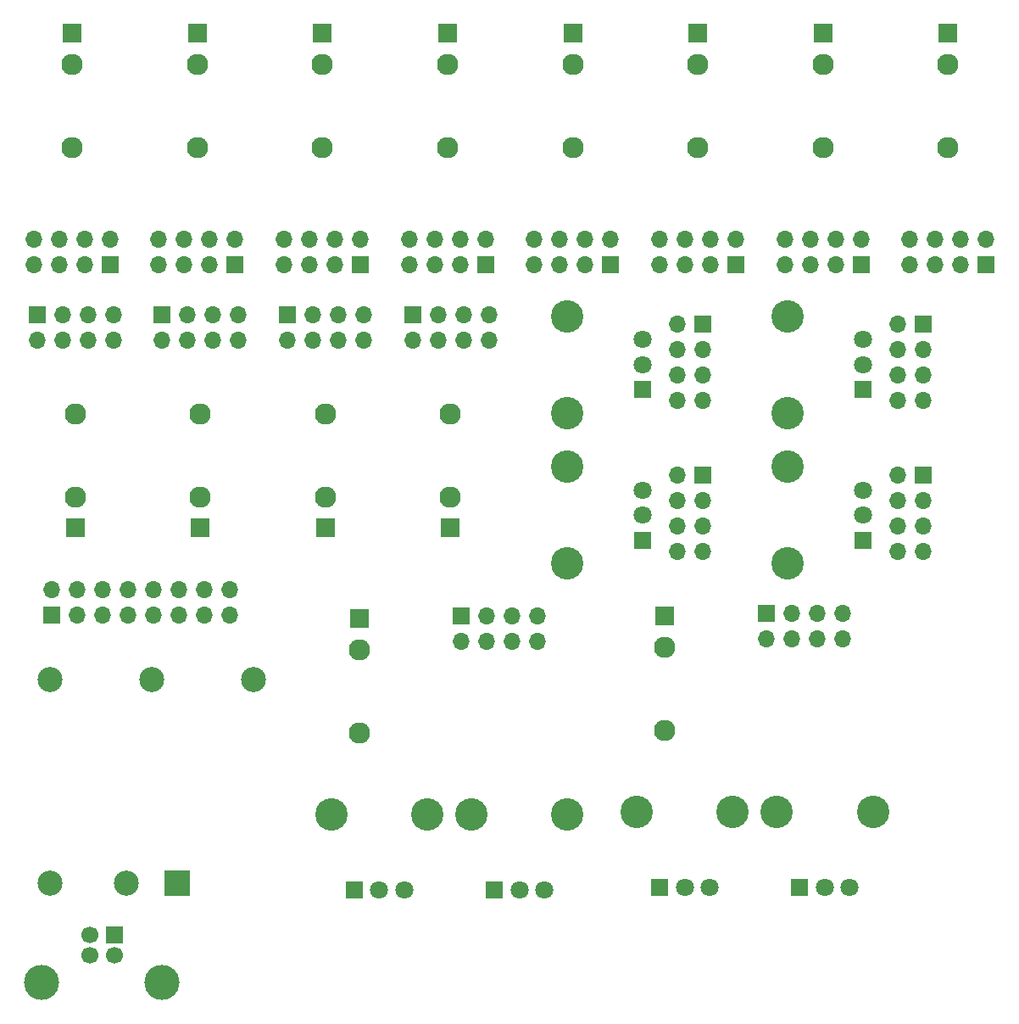
<source format=gbr>
%TF.GenerationSoftware,KiCad,Pcbnew,(6.0.4)*%
%TF.CreationDate,2022-06-07T22:17:41+02:00*%
%TF.ProjectId,vestmannaeyjar,76657374-6d61-46e6-9e61-65796a61722e,rev?*%
%TF.SameCoordinates,Original*%
%TF.FileFunction,Soldermask,Bot*%
%TF.FilePolarity,Negative*%
%FSLAX46Y46*%
G04 Gerber Fmt 4.6, Leading zero omitted, Abs format (unit mm)*
G04 Created by KiCad (PCBNEW (6.0.4)) date 2022-06-07 22:17:41*
%MOMM*%
%LPD*%
G01*
G04 APERTURE LIST*
%ADD10C,2.130000*%
%ADD11R,1.930000X1.830000*%
%ADD12O,1.700000X1.700000*%
%ADD13R,1.700000X1.700000*%
%ADD14C,3.240000*%
%ADD15R,1.800000X1.800000*%
%ADD16C,1.800000*%
%ADD17R,2.500000X2.500000*%
%ADD18C,2.500000*%
%ADD19C,1.700000*%
%ADD20C,3.500000*%
G04 APERTURE END LIST*
D10*
%TO.C,J28*%
X51299999Y-68220000D03*
X51299999Y-59920000D03*
D11*
X51299999Y-71320000D03*
%TD*%
D12*
%TO.C,J27*%
X55120000Y-52540000D03*
X55120000Y-50000000D03*
X52580000Y-52540000D03*
X52580000Y-50000000D03*
X50040000Y-52540000D03*
X50040000Y-50000000D03*
X47500000Y-52540000D03*
D13*
X47500000Y-50000000D03*
%TD*%
D14*
%TO.C,RV3*%
X51880000Y-99892500D03*
X61480000Y-99892500D03*
D15*
X54180000Y-107392500D03*
D16*
X56680000Y-107392500D03*
X59180000Y-107392500D03*
%TD*%
D11*
%TO.C,J4*%
X54680000Y-80337500D03*
D10*
X54680000Y-91737500D03*
X54680000Y-83437500D03*
%TD*%
D13*
%TO.C,J3*%
X64880000Y-80117500D03*
D12*
X64880000Y-82657500D03*
X67420000Y-80117500D03*
X67420000Y-82657500D03*
X69960000Y-80117500D03*
X69960000Y-82657500D03*
X72500000Y-80117500D03*
X72500000Y-82657500D03*
%TD*%
D14*
%TO.C,RV4*%
X65880000Y-99892500D03*
X75480000Y-99892500D03*
D15*
X68180000Y-107392500D03*
D16*
X70680000Y-107392500D03*
X73180000Y-107392500D03*
%TD*%
D11*
%TO.C,J2*%
X85180000Y-80084999D03*
D10*
X85180000Y-91484999D03*
X85180000Y-83184999D03*
%TD*%
D13*
%TO.C,J1*%
X95380000Y-79865000D03*
D12*
X95380000Y-82405000D03*
X97920000Y-79865000D03*
X97920000Y-82405000D03*
X100460000Y-79865000D03*
X100460000Y-82405000D03*
X103000000Y-79865000D03*
X103000000Y-82405000D03*
%TD*%
D14*
%TO.C,RV2*%
X96379999Y-99640000D03*
X105979999Y-99640000D03*
D15*
X98679999Y-107140000D03*
D16*
X101179999Y-107140000D03*
X103679999Y-107140000D03*
%TD*%
D14*
%TO.C,RV1*%
X82380000Y-99640000D03*
X91980000Y-99640000D03*
D15*
X84680000Y-107140000D03*
D16*
X87180000Y-107140000D03*
X89680000Y-107140000D03*
%TD*%
D17*
%TO.C,U3*%
X36500000Y-106745000D03*
D18*
X31420000Y-106745000D03*
X44120000Y-86425000D03*
X33960000Y-86425000D03*
X23800000Y-86425000D03*
X23800000Y-106745000D03*
%TD*%
D11*
%TO.C,J20*%
X38500000Y-21945000D03*
D10*
X38500000Y-33345000D03*
X38500000Y-25045000D03*
%TD*%
D11*
%TO.C,J26*%
X26299999Y-71320000D03*
D10*
X26299999Y-59920000D03*
X26299999Y-68220000D03*
%TD*%
D11*
%TO.C,J11*%
X51000000Y-21945000D03*
D10*
X51000000Y-33345000D03*
X51000000Y-25045000D03*
%TD*%
D14*
%TO.C,RV8*%
X97490000Y-59820000D03*
X97490000Y-50220000D03*
D15*
X104990000Y-57520000D03*
D16*
X104990000Y-55020000D03*
X104990000Y-52520000D03*
%TD*%
D11*
%TO.C,J17*%
X88500000Y-21945000D03*
D10*
X88500000Y-33345000D03*
X88500000Y-25045000D03*
%TD*%
D11*
%TO.C,J7*%
X63500000Y-21945000D03*
D10*
X63500000Y-33345000D03*
X63500000Y-25045000D03*
%TD*%
D14*
%TO.C,RV5*%
X97490000Y-65220000D03*
X97490000Y-74820000D03*
D15*
X104990000Y-72520000D03*
D16*
X104990000Y-70020000D03*
X104990000Y-67520000D03*
%TD*%
D14*
%TO.C,RV6*%
X75490000Y-50220000D03*
X75490000Y-59820000D03*
D15*
X82990000Y-57520000D03*
D16*
X82990000Y-55020000D03*
X82990000Y-52520000D03*
%TD*%
D14*
%TO.C,RV7*%
X75490000Y-65220000D03*
X75490000Y-74820000D03*
D15*
X82990000Y-72520000D03*
D16*
X82990000Y-70020000D03*
X82990000Y-67520000D03*
%TD*%
D11*
%TO.C,J5*%
X76000000Y-21945000D03*
D10*
X76000000Y-33345000D03*
X76000000Y-25045000D03*
%TD*%
D11*
%TO.C,J13*%
X113500000Y-21945000D03*
D10*
X113500000Y-33345000D03*
X113500000Y-25045000D03*
%TD*%
D11*
%TO.C,J22*%
X38799999Y-71320000D03*
D10*
X38799999Y-59920000D03*
X38799999Y-68220000D03*
%TD*%
D13*
%TO.C,J33*%
X24000000Y-80000000D03*
D12*
X24000000Y-77460000D03*
X26540000Y-80000000D03*
X26540000Y-77460000D03*
X29080000Y-80000000D03*
X29080000Y-77460000D03*
X31620000Y-80000000D03*
X31620000Y-77460000D03*
X34160000Y-80000000D03*
X34160000Y-77460000D03*
X36700000Y-80000000D03*
X36700000Y-77460000D03*
X39240000Y-80000000D03*
X39240000Y-77460000D03*
X41780000Y-80000000D03*
X41780000Y-77460000D03*
%TD*%
D13*
%TO.C,J37*%
X30250000Y-111917500D03*
D19*
X27750000Y-111917500D03*
X27750000Y-113917500D03*
X30250000Y-113917500D03*
D20*
X35020000Y-116627500D03*
X22980000Y-116627500D03*
%TD*%
D11*
%TO.C,J24*%
X63799999Y-71320000D03*
D10*
X63799999Y-59920000D03*
X63799999Y-68220000D03*
%TD*%
D11*
%TO.C,J15*%
X26000000Y-21945000D03*
D10*
X26000000Y-33345000D03*
X26000000Y-25045000D03*
%TD*%
D11*
%TO.C,J9*%
X101000000Y-21945000D03*
D10*
X101000000Y-33345000D03*
X101000000Y-25045000D03*
%TD*%
D13*
%TO.C,J31*%
X89000000Y-66000000D03*
D12*
X86460000Y-66000000D03*
X89000000Y-68540000D03*
X86460000Y-68540000D03*
X89000000Y-71080000D03*
X86460000Y-71080000D03*
X89000000Y-73620000D03*
X86460000Y-73620000D03*
%TD*%
D13*
%TO.C,J14*%
X117300000Y-45000000D03*
D12*
X117300000Y-42460000D03*
X114760000Y-45000000D03*
X114760000Y-42460000D03*
X112220000Y-45000000D03*
X112220000Y-42460000D03*
X109680000Y-45000000D03*
X109680000Y-42460000D03*
%TD*%
D13*
%TO.C,J25*%
X22500000Y-50000000D03*
D12*
X22500000Y-52540000D03*
X25040000Y-50000000D03*
X25040000Y-52540000D03*
X27580000Y-50000000D03*
X27580000Y-52540000D03*
X30120000Y-50000000D03*
X30120000Y-52540000D03*
%TD*%
D13*
%TO.C,J16*%
X29800000Y-45000000D03*
D12*
X29800000Y-42460000D03*
X27260000Y-45000000D03*
X27260000Y-42460000D03*
X24720000Y-45000000D03*
X24720000Y-42460000D03*
X22180000Y-45000000D03*
X22180000Y-42460000D03*
%TD*%
D13*
%TO.C,J18*%
X35000000Y-50000000D03*
D12*
X35000000Y-52540000D03*
X37540000Y-50000000D03*
X37540000Y-52540000D03*
X40080000Y-50000000D03*
X40080000Y-52540000D03*
X42620000Y-50000000D03*
X42620000Y-52540000D03*
%TD*%
D13*
%TO.C,J12*%
X54800000Y-45000000D03*
D12*
X54800000Y-42460000D03*
X52260000Y-45000000D03*
X52260000Y-42460000D03*
X49720000Y-45000000D03*
X49720000Y-42460000D03*
X47180000Y-45000000D03*
X47180000Y-42460000D03*
%TD*%
D13*
%TO.C,J19*%
X92300000Y-45000000D03*
D12*
X92300000Y-42460000D03*
X89760000Y-45000000D03*
X89760000Y-42460000D03*
X87220000Y-45000000D03*
X87220000Y-42460000D03*
X84680000Y-45000000D03*
X84680000Y-42460000D03*
%TD*%
D13*
%TO.C,J30*%
X89000000Y-51000000D03*
D12*
X86460000Y-51000000D03*
X89000000Y-53540000D03*
X86460000Y-53540000D03*
X89000000Y-56080000D03*
X86460000Y-56080000D03*
X89000000Y-58620000D03*
X86460000Y-58620000D03*
%TD*%
D13*
%TO.C,J6*%
X79800000Y-45000000D03*
D12*
X79800000Y-42460000D03*
X77260000Y-45000000D03*
X77260000Y-42460000D03*
X74720000Y-45000000D03*
X74720000Y-42460000D03*
X72180000Y-45000000D03*
X72180000Y-42460000D03*
%TD*%
D13*
%TO.C,J10*%
X104800000Y-45000000D03*
D12*
X104800000Y-42460000D03*
X102260000Y-45000000D03*
X102260000Y-42460000D03*
X99720000Y-45000000D03*
X99720000Y-42460000D03*
X97180000Y-45000000D03*
X97180000Y-42460000D03*
%TD*%
D13*
%TO.C,J32*%
X111000000Y-51000000D03*
D12*
X108460000Y-51000000D03*
X111000000Y-53540000D03*
X108460000Y-53540000D03*
X111000000Y-56080000D03*
X108460000Y-56080000D03*
X111000000Y-58620000D03*
X108460000Y-58620000D03*
%TD*%
D13*
%TO.C,J21*%
X42300000Y-45000000D03*
D12*
X42300000Y-42460000D03*
X39760000Y-45000000D03*
X39760000Y-42460000D03*
X37220000Y-45000000D03*
X37220000Y-42460000D03*
X34680000Y-45000000D03*
X34680000Y-42460000D03*
%TD*%
D13*
%TO.C,J23*%
X60000000Y-50000000D03*
D12*
X60000000Y-52540000D03*
X62540000Y-50000000D03*
X62540000Y-52540000D03*
X65080000Y-50000000D03*
X65080000Y-52540000D03*
X67620000Y-50000000D03*
X67620000Y-52540000D03*
%TD*%
D13*
%TO.C,J29*%
X111000000Y-66000000D03*
D12*
X108460000Y-66000000D03*
X111000000Y-68540000D03*
X108460000Y-68540000D03*
X111000000Y-71080000D03*
X108460000Y-71080000D03*
X111000000Y-73620000D03*
X108460000Y-73620000D03*
%TD*%
D13*
%TO.C,J8*%
X67300000Y-45000000D03*
D12*
X67300000Y-42460000D03*
X64760000Y-45000000D03*
X64760000Y-42460000D03*
X62220000Y-45000000D03*
X62220000Y-42460000D03*
X59680000Y-45000000D03*
X59680000Y-42460000D03*
%TD*%
M02*

</source>
